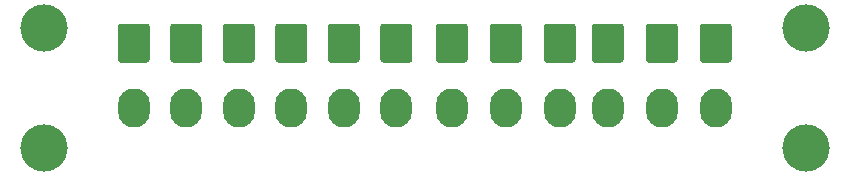
<source format=gbr>
%TF.GenerationSoftware,KiCad,Pcbnew,(5.1.9)-1*%
%TF.CreationDate,2021-11-14T17:32:34-07:00*%
%TF.ProjectId,ABSIS_AUX_Bulkhead_Connector,41425349-535f-4415-9558-5f42756c6b68,rev?*%
%TF.SameCoordinates,Original*%
%TF.FileFunction,Soldermask,Top*%
%TF.FilePolarity,Negative*%
%FSLAX46Y46*%
G04 Gerber Fmt 4.6, Leading zero omitted, Abs format (unit mm)*
G04 Created by KiCad (PCBNEW (5.1.9)-1) date 2021-11-14 17:32:34*
%MOMM*%
%LPD*%
G01*
G04 APERTURE LIST*
%ADD10O,2.700000X3.300000*%
%ADD11C,4.000000*%
G04 APERTURE END LIST*
D10*
%TO.C,J12*%
X161036000Y-67730000D03*
G36*
G01*
X162386000Y-60830001D02*
X162386000Y-63629999D01*
G75*
G02*
X162135999Y-63880000I-250001J0D01*
G01*
X159936001Y-63880000D01*
G75*
G02*
X159686000Y-63629999I0J250001D01*
G01*
X159686000Y-60830001D01*
G75*
G02*
X159936001Y-60580000I250001J0D01*
G01*
X162135999Y-60580000D01*
G75*
G02*
X162386000Y-60830001I0J-250001D01*
G01*
G37*
%TD*%
%TO.C,J11*%
X151892000Y-67730000D03*
G36*
G01*
X153242000Y-60830001D02*
X153242000Y-63629999D01*
G75*
G02*
X152991999Y-63880000I-250001J0D01*
G01*
X150792001Y-63880000D01*
G75*
G02*
X150542000Y-63629999I0J250001D01*
G01*
X150542000Y-60830001D01*
G75*
G02*
X150792001Y-60580000I250001J0D01*
G01*
X152991999Y-60580000D01*
G75*
G02*
X153242000Y-60830001I0J-250001D01*
G01*
G37*
%TD*%
%TO.C,J10*%
X143256000Y-67730000D03*
G36*
G01*
X144606000Y-60830001D02*
X144606000Y-63629999D01*
G75*
G02*
X144355999Y-63880000I-250001J0D01*
G01*
X142156001Y-63880000D01*
G75*
G02*
X141906000Y-63629999I0J250001D01*
G01*
X141906000Y-60830001D01*
G75*
G02*
X142156001Y-60580000I250001J0D01*
G01*
X144355999Y-60580000D01*
G75*
G02*
X144606000Y-60830001I0J-250001D01*
G01*
G37*
%TD*%
%TO.C,J9*%
X133985000Y-67730000D03*
G36*
G01*
X135335000Y-60830001D02*
X135335000Y-63629999D01*
G75*
G02*
X135084999Y-63880000I-250001J0D01*
G01*
X132885001Y-63880000D01*
G75*
G02*
X132635000Y-63629999I0J250001D01*
G01*
X132635000Y-60830001D01*
G75*
G02*
X132885001Y-60580000I250001J0D01*
G01*
X135084999Y-60580000D01*
G75*
G02*
X135335000Y-60830001I0J-250001D01*
G01*
G37*
%TD*%
%TO.C,J8*%
X125095000Y-67730000D03*
G36*
G01*
X126445000Y-60830001D02*
X126445000Y-63629999D01*
G75*
G02*
X126194999Y-63880000I-250001J0D01*
G01*
X123995001Y-63880000D01*
G75*
G02*
X123745000Y-63629999I0J250001D01*
G01*
X123745000Y-60830001D01*
G75*
G02*
X123995001Y-60580000I250001J0D01*
G01*
X126194999Y-60580000D01*
G75*
G02*
X126445000Y-60830001I0J-250001D01*
G01*
G37*
%TD*%
%TO.C,J7*%
X116205000Y-67730000D03*
G36*
G01*
X117555000Y-60830001D02*
X117555000Y-63629999D01*
G75*
G02*
X117304999Y-63880000I-250001J0D01*
G01*
X115105001Y-63880000D01*
G75*
G02*
X114855000Y-63629999I0J250001D01*
G01*
X114855000Y-60830001D01*
G75*
G02*
X115105001Y-60580000I250001J0D01*
G01*
X117304999Y-60580000D01*
G75*
G02*
X117555000Y-60830001I0J-250001D01*
G01*
G37*
%TD*%
%TO.C,J6*%
X156464000Y-67730000D03*
G36*
G01*
X155114000Y-63629999D02*
X155114000Y-60830001D01*
G75*
G02*
X155364001Y-60580000I250001J0D01*
G01*
X157563999Y-60580000D01*
G75*
G02*
X157814000Y-60830001I0J-250001D01*
G01*
X157814000Y-63629999D01*
G75*
G02*
X157563999Y-63880000I-250001J0D01*
G01*
X155364001Y-63880000D01*
G75*
G02*
X155114000Y-63629999I0J250001D01*
G01*
G37*
%TD*%
%TO.C,J5*%
X147828000Y-67730000D03*
G36*
G01*
X146478000Y-63629999D02*
X146478000Y-60830001D01*
G75*
G02*
X146728001Y-60580000I250001J0D01*
G01*
X148927999Y-60580000D01*
G75*
G02*
X149178000Y-60830001I0J-250001D01*
G01*
X149178000Y-63629999D01*
G75*
G02*
X148927999Y-63880000I-250001J0D01*
G01*
X146728001Y-63880000D01*
G75*
G02*
X146478000Y-63629999I0J250001D01*
G01*
G37*
%TD*%
%TO.C,J4*%
X138684000Y-67730000D03*
G36*
G01*
X137334000Y-63629999D02*
X137334000Y-60830001D01*
G75*
G02*
X137584001Y-60580000I250001J0D01*
G01*
X139783999Y-60580000D01*
G75*
G02*
X140034000Y-60830001I0J-250001D01*
G01*
X140034000Y-63629999D01*
G75*
G02*
X139783999Y-63880000I-250001J0D01*
G01*
X137584001Y-63880000D01*
G75*
G02*
X137334000Y-63629999I0J250001D01*
G01*
G37*
%TD*%
%TO.C,J3*%
X129540000Y-67730000D03*
G36*
G01*
X128190000Y-63629999D02*
X128190000Y-60830001D01*
G75*
G02*
X128440001Y-60580000I250001J0D01*
G01*
X130639999Y-60580000D01*
G75*
G02*
X130890000Y-60830001I0J-250001D01*
G01*
X130890000Y-63629999D01*
G75*
G02*
X130639999Y-63880000I-250001J0D01*
G01*
X128440001Y-63880000D01*
G75*
G02*
X128190000Y-63629999I0J250001D01*
G01*
G37*
%TD*%
%TO.C,J2*%
X120650000Y-67730000D03*
G36*
G01*
X119300000Y-63629999D02*
X119300000Y-60830001D01*
G75*
G02*
X119550001Y-60580000I250001J0D01*
G01*
X121749999Y-60580000D01*
G75*
G02*
X122000000Y-60830001I0J-250001D01*
G01*
X122000000Y-63629999D01*
G75*
G02*
X121749999Y-63880000I-250001J0D01*
G01*
X119550001Y-63880000D01*
G75*
G02*
X119300000Y-63629999I0J250001D01*
G01*
G37*
%TD*%
%TO.C,J1*%
X111760000Y-67730000D03*
G36*
G01*
X110410000Y-63629999D02*
X110410000Y-60830001D01*
G75*
G02*
X110660001Y-60580000I250001J0D01*
G01*
X112859999Y-60580000D01*
G75*
G02*
X113110000Y-60830001I0J-250001D01*
G01*
X113110000Y-63629999D01*
G75*
G02*
X112859999Y-63880000I-250001J0D01*
G01*
X110660001Y-63880000D01*
G75*
G02*
X110410000Y-63629999I0J250001D01*
G01*
G37*
%TD*%
D11*
%TO.C,H4*%
X104140000Y-71120000D03*
%TD*%
%TO.C,H3*%
X168656000Y-71120000D03*
%TD*%
%TO.C,H2*%
X168656000Y-60960000D03*
%TD*%
%TO.C,H1*%
X104140000Y-60960000D03*
%TD*%
M02*

</source>
